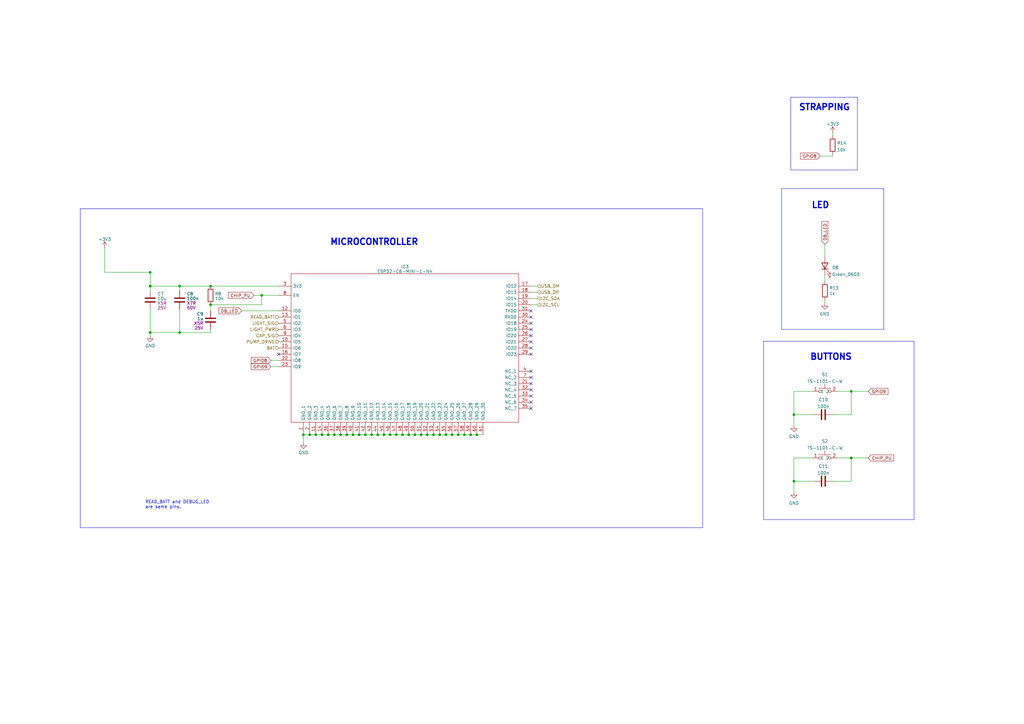
<source format=kicad_sch>
(kicad_sch (version 20231120) (generator "eeschema") (generator_version "8.0")
  (paper "A3")
  (title_block (title "Plant Bot") (date "2025-01-22") (rev "F"))
  (lib_symbols
    (symbol "+3V3_1" (power) (pin_names (offset 0))
      (property "Value" "+3V3_1" (at 0 3.556 0))
      (symbol "+3V3_1_0_1"
        (polyline (pts (xy -0.762 1.27) (xy 0 2.54)))
        (polyline (pts (xy 0 0) (xy 0 2.54)))
        (polyline (pts (xy 0 2.54) (xy 0.762 1.27)))
      )
      (symbol "+3V3_1_1_1"
        (pin power_in line (at 0 0 90) (length 0) hide (name "+3V3") (number "1"))
      )
    )
    (symbol "100n_1" (pin_numbers hide) (pin_names (offset 0.254))
      (property "Reference" "C" (at 3.175 3.175 0))
      (property "Value" "100n" (at 3.175 1.27 0))
      (property "Type" "X7R" (at 5.08 -3.175 0))
      (property "Voltage" "50V" (at 5.08 -1.27 0))
      (symbol "100n_1_0_1"
        (polyline (pts (xy -2.032 -0.762) (xy 2.032 -0.762)) (stroke (width 0.508)))
        (polyline (pts (xy -2.032 0.762) (xy 2.032 0.762)) (stroke (width 0.508)))
      )
      (symbol "100n_1_1_1"
        (pin passive line (at 0 3.81 270) (length 2.794) (name "~") (number "1"))
        (pin passive line (at 0 -3.81 90) (length 2.794) (name "~") (number "2"))
      )
    )
    (symbol "Button_JLC:TS-1101-C-W" (pin_names (offset 0.762))
      (property "Reference" "S" (at 19.05 7.62 0))
      (property "Value" "TS-1101-C-W" (at 19.05 5.08 0))
      (symbol "TS-1101-C-W_0_1"
        (polyline (pts (xy 8.89 3.175) (xy 8.89 4.953)))
        (polyline (pts (xy 11.43 3.175) (xy 6.35 3.175)))
        (circle (center 6.858 1.905) (radius 0.508))
        (circle (center 10.922 1.905) (radius 0.508))
        (pin passive line (at 3.81 1.905 0) (length 2.54) (name "1") (number "1"))
        (pin passive line (at 13.97 1.905 180) (length 2.54) (name "2") (number "2"))
      )
    )
    (symbol "Capacitor_JLC:100n" (pin_numbers hide) (pin_names (offset 0.254))
      (property "Reference" "C" (at 0.635 2.54 0))
      (property "Value" "100n" (at 0.635 -2.54 0))
      (symbol "100n_0_1"
        (polyline (pts (xy -2.032 -0.762) (xy 2.032 -0.762)) (stroke (width 0.508)))
        (polyline (pts (xy -2.032 0.762) (xy 2.032 0.762)) (stroke (width 0.508)))
      )
      (symbol "100n_1_1"
        (pin passive line (at 0 3.81 270) (length 2.794) (name "~") (number "1"))
        (pin passive line (at 0 -3.81 90) (length 2.794) (name "~") (number "2"))
      )
    )
    (symbol "Capacitor_JLC:10u" (pin_numbers hide) (pin_names (offset 0.254))
      (property "Reference" "C" (at 0.635 2.54 0))
      (property "Value" "10u" (at 0.635 -2.54 0))
      (property "Type" "X5R" (at 5.08 2.54 0))
      (property "Voltage" "25V" (at 5.08 0 0))
      (symbol "10u_0_1"
        (polyline (pts (xy -2.032 -0.762) (xy 2.032 -0.762)) (stroke (width 0.508)))
        (polyline (pts (xy -2.032 0.762) (xy 2.032 0.762)) (stroke (width 0.508)))
      )
      (symbol "10u_1_1"
        (pin passive line (at 0 3.81 270) (length 2.794) (name "~") (number "1"))
        (pin passive line (at 0 -3.81 90) (length 2.794) (name "~") (number "2"))
      )
    )
    (symbol "Capacitor_JLC:1u" (pin_numbers hide) (pin_names (offset 0.254))
      (property "Reference" "C" (at 0.635 2.54 0))
      (property "Value" "1u" (at 0.635 -2.54 0))
      (property "Type" "X5R" (at 5.08 2.54 0))
      (property "Voltage" "25V" (at 5.08 0 0))
      (symbol "1u_0_1"
        (polyline (pts (xy -2.032 -0.762) (xy 2.032 -0.762)) (stroke (width 0.508)))
        (polyline (pts (xy -2.032 0.762) (xy 2.032 0.762)) (stroke (width 0.508)))
      )
      (symbol "1u_1_1"
        (pin passive line (at 0 3.81 270) (length 2.794) (name "~") (number "1"))
        (pin passive line (at 0 -3.81 90) (length 2.794) (name "~") (number "2"))
      )
    )
    (symbol "Diode_JLC:Green_0603" (pin_numbers hide) (pin_names (offset 1.016) hide)
      (property "Reference" "D" (at 0 5.08 0))
      (property "Value" "Green_0603" (at 0 3.175 0))
      (symbol "Green_0603_0_1"
        (polyline (pts (xy -1.27 -1.27) (xy -1.27 1.27)) (stroke (width 0.254)))
        (polyline (pts (xy -1.27 0) (xy 1.27 0)))
        (polyline (pts (xy 1.27 -1.27) (xy 1.27 1.27) (xy -1.27 0) (xy 1.27 -1.27)) (stroke (width 0.254)))
        (polyline (pts (xy -3.048 -0.762) (xy -4.572 -2.286) (xy -3.81 -2.286) (xy -4.572 -2.286) (xy -4.572 -1.524)))
        (polyline (pts (xy -1.778 -0.762) (xy -3.302 -2.286) (xy -2.54 -2.286) (xy -3.302 -2.286) (xy -3.302 -1.524)))
      )
      (symbol "Green_0603_1_1"
        (pin passive line (at -3.81 0 0) (length 2.54) (name "K") (number "1"))
        (pin passive line (at 3.81 0 180) (length 2.54) (name "A") (number "2"))
      )
    )
    (symbol "GND_1" (power) (pin_names (offset 0))
      (property "Value" "GND_1" (at 0 -3.81 0))
      (symbol "GND_1_0_1"
        (polyline (pts (xy 0 0) (xy 0 -1.27) (xy 1.27 -1.27) (xy 0 -2.54) (xy -1.27 -1.27) (xy 0 -1.27)))
      )
      (symbol "GND_1_1_1"
        (pin power_in line (at 0 0 270) (length 0) hide (name "GND") (number "1"))
      )
    )
    (symbol "GND_2" (power) (pin_names (offset 0))
      (property "Value" "GND_2" (at 0 -3.81 0))
      (symbol "GND_2_0_1"
        (polyline (pts (xy 0 0) (xy 0 -1.27) (xy 1.27 -1.27) (xy 0 -2.54) (xy -1.27 -1.27) (xy 0 -1.27)))
      )
      (symbol "GND_2_1_1"
        (pin power_in line (at 0 0 270) (length 0) hide (name "GND") (number "1"))
      )
    )
    (symbol "MCU_JLC:ESP32-C6-MINI-1-N4" (pin_names (offset 0.762))
      (property "Reference" "IC" (at 78.105 22.86 0))
      (property "Value" "ESP32-C6-MINI-1-N4" (at 78.105 20.32 0))
      (symbol "ESP32-C6-MINI-1-N4_0_0"
        (pin passive line (at 5.08 -66.04 90) (length 5.08) (name "GND_1") (number "1"))
        (pin passive line (at -5.08 -27.94 0) (length 5.08) (name "IO5") (number "10"))
        (pin passive line (at 10.16 -66.04 90) (length 5.08) (name "GND_3") (number "11"))
        (pin passive line (at -5.08 -15.24 0) (length 5.08) (name "IO0") (number "12"))
        (pin passive line (at -5.08 -17.78 0) (length 5.08) (name "IO1") (number "13"))
        (pin passive line (at 12.7 -66.04 90) (length 5.08) (name "GND_4") (number "14"))
        (pin passive line (at -5.08 -30.48 0) (length 5.08) (name "IO6") (number "15"))
        (pin passive line (at -5.08 -33.02 0) (length 5.08) (name "IO7") (number "16"))
        (pin passive line (at 98.425 -5.08 180) (length 5.08) (name "IO12") (number "17"))
        (pin passive line (at 98.425 -7.62 180) (length 5.08) (name "IO13") (number "18"))
        (pin passive line (at 98.425 -10.16 180) (length 5.08) (name "IO14") (number "19"))
        (pin passive line (at 7.62 -66.04 90) (length 5.08) (name "GND_2") (number "2"))
        (pin passive line (at 98.425 -12.7 180) (length 5.08) (name "IO15") (number "20"))
        (pin passive line (at 98.425 -45.085 180) (length 5.08) (name "NC_3") (number "21"))
        (pin passive line (at -5.08 -35.56 0) (length 5.08) (name "IO8") (number "22"))
        (pin passive line (at -5.08 -38.1 0) (length 5.08) (name "IO9") (number "23"))
        (pin passive line (at 98.425 -20.32 180) (length 5.08) (name "IO18") (number "24"))
        (pin passive line (at 98.425 -22.86 180) (length 5.08) (name "IO19") (number "25"))
        (pin passive line (at 98.425 -25.4 180) (length 5.08) (name "IO20") (number "26"))
        (pin passive line (at 98.425 -27.94 180) (length 5.08) (name "IO21") (number "27"))
        (pin passive line (at 98.425 -30.48 180) (length 5.08) (name "IO22") (number "28"))
        (pin passive line (at 98.425 -33.02 180) (length 5.08) (name "IO23") (number "29"))
        (pin passive line (at -5.08 -5.08 0) (length 5.08) (name "3V3") (number "3"))
        (pin passive line (at 98.425 -17.78 180) (length 5.08) (name "RXD0") (number "30"))
        (pin passive line (at 98.425 -15.24 180) (length 5.08) (name "TXD0") (number "31"))
        (pin passive line (at 98.425 -47.625 180) (length 5.08) (name "NC_4") (number "32"))
        (pin passive line (at 98.425 -50.165 180) (length 5.08) (name "NC_5") (number "33"))
        (pin passive line (at 98.425 -52.705 180) (length 5.08) (name "NC_6") (number "34"))
        (pin passive line (at 98.425 -55.245 180) (length 5.08) (name "NC_7") (number "35"))
        (pin passive line (at 15.24 -66.04 90) (length 5.08) (name "GND_5") (number "36"))
        (pin passive line (at 17.78 -66.04 90) (length 5.08) (name "GND_6") (number "37"))
        (pin passive line (at 20.32 -66.04 90) (length 5.08) (name "GND_7") (number "38"))
        (pin passive line (at 22.86 -66.04 90) (length 5.08) (name "GND_8") (number "39"))
        (pin passive line (at 98.425 -40.005 180) (length 5.08) (name "NC_1") (number "4"))
        (pin passive line (at 25.4 -66.04 90) (length 5.08) (name "GND_9") (number "40"))
        (pin passive line (at 27.94 -66.04 90) (length 5.08) (name "GND_10") (number "41"))
        (pin passive line (at 30.48 -66.04 90) (length 5.08) (name "GND_11") (number "42"))
        (pin passive line (at 33.02 -66.04 90) (length 5.08) (name "GND_12") (number "43"))
        (pin passive line (at 35.56 -66.04 90) (length 5.08) (name "GND_13") (number "44"))
        (pin passive line (at 38.1 -66.04 90) (length 5.08) (name "GND_14") (number "45"))
        (pin passive line (at 40.64 -66.04 90) (length 5.08) (name "GND_15") (number "46"))
        (pin passive line (at 43.18 -66.04 90) (length 5.08) (name "GND_16") (number "47"))
        (pin passive line (at 45.72 -66.04 90) (length 5.08) (name "GND_17") (number "48"))
        (pin passive line (at 48.26 -66.04 90) (length 5.08) (name "GND_18") (number "49"))
        (pin passive line (at -5.08 -20.32 0) (length 5.08) (name "IO2") (number "5"))
        (pin passive line (at 50.8 -66.04 90) (length 5.08) (name "GND_19") (number "50"))
        (pin passive line (at 53.34 -66.04 90) (length 5.08) (name "GND_20") (number "51"))
        (pin passive line (at 55.88 -66.04 90) (length 5.08) (name "GND_21") (number "52"))
        (pin passive line (at 58.42 -66.04 90) (length 5.08) (name "GND_22") (number "53"))
        (pin passive line (at 60.96 -66.04 90) (length 5.08) (name "GND_23") (number "54"))
        (pin passive line (at 63.5 -66.04 90) (length 5.08) (name "GND_24") (number "55"))
        (pin passive line (at 66.04 -66.04 90) (length 5.08) (name "GND_25") (number "56"))
        (pin passive line (at 68.58 -66.04 90) (length 5.08) (name "GND_26") (number "57"))
        (pin passive line (at 71.12 -66.04 90) (length 5.08) (name "GND_27") (number "58"))
        (pin passive line (at 73.66 -66.04 90) (length 5.08) (name "GND_28") (number "59"))
        (pin passive line (at -5.08 -22.86 0) (length 5.08) (name "IO3") (number "6"))
        (pin passive line (at 76.2 -66.04 90) (length 5.08) (name "GND_29") (number "60"))
        (pin passive line (at 78.74 -66.04 90) (length 5.08) (name "GND_30") (number "61"))
        (pin passive line (at 98.425 -42.545 180) (length 5.08) (name "NC_2") (number "7"))
        (pin passive line (at -5.08 -8.89 0) (length 5.08) (name "EN") (number "8"))
        (pin passive line (at -5.08 -25.4 0) (length 5.08) (name "IO4") (number "9"))
      )
      (symbol "ESP32-C6-MINI-1-N4_0_1"
        (rectangle (start 0 0) (end 93.345 -60.96))
      )
    )
    (symbol "Resistor_JLC:10k" (pin_numbers hide) (pin_names (offset 0))
      (property "Reference" "R" (at 2.032 0 90))
      (property "Value" "10k" (at 0 0 90))
      (symbol "10k_0_1"
        (rectangle (start -1.016 -2.54) (end 1.016 2.54) (stroke (width 0.254)))
      )
      (symbol "10k_1_1"
        (pin passive line (at 0 3.81 270) (length 1.27) (name "~") (number "1"))
        (pin passive line (at 0 -3.81 90) (length 1.27) (name "~") (number "2"))
      )
    )
    (symbol "Resistor_JLC:1k" (pin_numbers hide) (pin_names (offset 0))
      (property "Reference" "R" (at 2.032 0 90))
      (property "Value" "1k" (at 0 0 90))
      (symbol "1k_0_1"
        (rectangle (start -1.016 -2.54) (end 1.016 2.54) (stroke (width 0.254)))
      )
      (symbol "1k_1_1"
        (pin passive line (at 0 3.81 270) (length 1.27) (name "~") (number "1"))
        (pin passive line (at 0 -3.81 90) (length 1.27) (name "~") (number "2"))
      )
    )
    (symbol "power:+3V3" (power) (pin_names (offset 0))
      (property "Value" "+3V3" (at 0 3.556 0))
      (symbol "+3V3_0_1"
        (polyline (pts (xy -0.762 1.27) (xy 0 2.54)))
        (polyline (pts (xy 0 0) (xy 0 2.54)))
        (polyline (pts (xy 0 2.54) (xy 0.762 1.27)))
      )
      (symbol "+3V3_1_1"
        (pin power_in line (at 0 0 90) (length 0) hide (name "+3V3") (number "1"))
      )
    )
    (symbol "power:GND" (power) (pin_names (offset 0))
      (property "Value" "GND" (at 0 -3.81 0))
      (symbol "GND_0_1"
        (polyline (pts (xy 0 0) (xy 0 -1.27) (xy 1.27 -1.27) (xy 0 -2.54) (xy -1.27 -1.27) (xy 0 -1.27)))
      )
      (symbol "GND_1_1"
        (pin power_in line (at 0 0 270) (length 0) hide (name "GND") (number "1"))
      )
    )
  )
  (junction (at 86.36 124.968))
  (junction (at 160.02 178.308))
  (junction (at 185.42 178.308))
  (junction (at 157.48 178.308))
  (junction (at 187.96 178.308))
  (junction (at 180.34 178.308))
  (junction (at 61.595 117.348))
  (junction (at 73.66 117.348))
  (junction (at 107.315 121.158))
  (junction (at 190.5 178.308))
  (junction (at 177.8 178.308))
  (junction (at 154.94 178.308))
  (junction (at 162.56 178.308))
  (junction (at 124.46 178.308))
  (junction (at 149.86 178.308))
  (junction (at 349.123 160.528))
  (junction (at 142.24 178.308))
  (junction (at 152.4 178.308))
  (junction (at 175.26 178.308))
  (junction (at 144.78 178.308))
  (junction (at 195.58 178.308))
  (junction (at 137.16 178.308))
  (junction (at 349.123 187.833))
  (junction (at 132.08 178.308))
  (junction (at 61.595 111.7026))
  (junction (at 147.32 178.308))
  (junction (at 134.62 178.308))
  (junction (at 325.628 170.053))
  (junction (at 170.18 178.308))
  (junction (at 325.628 197.358))
  (junction (at 129.54 178.308))
  (junction (at 193.04 178.308))
  (junction (at 182.88 178.308))
  (junction (at 73.66 136.398))
  (junction (at 167.64 178.308))
  (junction (at 127 178.308))
  (junction (at 86.36 117.348))
  (junction (at 61.595 136.398))
  (junction (at 172.72 178.308))
  (junction (at 165.1 178.308))
  (junction (at 139.7 178.308))
  (no_connect (at 217.805 164.973))
  (no_connect (at 217.805 167.513))
  (no_connect (at 217.805 130.048))
  (no_connect (at 217.805 157.353))
  (no_connect (at 217.805 140.208))
  (no_connect (at 114.3 145.288))
  (no_connect (at 217.805 162.433))
  (no_connect (at 217.805 154.813))
  (no_connect (at 217.805 159.893))
  (no_connect (at 217.805 132.588))
  (no_connect (at 217.805 137.668))
  (no_connect (at 217.805 152.273))
  (no_connect (at 217.805 145.288))
  (no_connect (at 217.805 142.748))
  (no_connect (at 217.805 127.508))
  (no_connect (at 217.805 135.128))
  (wire (pts (xy 325.628 170.053) (xy 333.883 170.053)))
  (wire (pts (xy 86.36 124.968) (xy 86.36 127.508)))
  (polyline (pts (xy 374.904 213.106) (xy 313.182 213.106)))
  (wire (pts (xy 325.628 197.358) (xy 333.883 197.358)))
  (wire (pts (xy 132.08 178.308) (xy 134.62 178.308)))
  (wire (pts (xy 341.503 54.483) (xy 341.503 55.753)))
  (wire (pts (xy 217.805 124.968) (xy 220.345 124.968)))
  (wire (pts (xy 167.64 178.308) (xy 170.18 178.308)))
  (wire (pts (xy 61.595 111.7026) (xy 61.595 117.348)))
  (wire (pts (xy 193.04 178.308) (xy 195.58 178.308)))
  (polyline (pts (xy 351.663 69.723) (xy 324.358 69.723)))
  (wire (pts (xy 349.123 197.358) (xy 341.503 197.358)))
  (wire (pts (xy 86.36 136.398) (xy 86.36 135.128)))
  (polyline (pts (xy 313.182 213.106) (xy 313.182 139.954)))
  (wire (pts (xy 61.595 111.633) (xy 61.595 111.7026)))
  (polyline (pts (xy 346.202 139.954) (xy 374.904 139.954)))
  (wire (pts (xy 333.248 160.528) (xy 325.628 160.528)))
  (wire (pts (xy 333.248 187.833) (xy 325.628 187.833)))
  (polyline (pts (xy 362.458 135.128) (xy 320.548 135.128)))
  (wire (pts (xy 111.125 150.368) (xy 114.3 150.368)))
  (polyline (pts (xy 374.904 139.954) (xy 374.904 213.106)))
  (wire (pts (xy 180.34 178.308) (xy 182.88 178.308)))
  (wire (pts (xy 61.595 137.668) (xy 61.595 136.398)))
  (wire (pts (xy 86.36 117.348) (xy 73.66 117.348)))
  (wire (pts (xy 61.595 126.873) (xy 61.595 136.398)))
  (wire (pts (xy 343.408 160.528) (xy 349.123 160.528)))
  (wire (pts (xy 177.8 178.308) (xy 180.34 178.308)))
  (wire (pts (xy 42.926 111.7026) (xy 42.926 101.6)))
  (wire (pts (xy 195.58 178.308) (xy 198.12 178.308)))
  (wire (pts (xy 162.56 178.308) (xy 165.1 178.308)))
  (wire (pts (xy 86.36 124.968) (xy 107.315 124.968)))
  (wire (pts (xy 172.72 178.308) (xy 175.26 178.308)))
  (wire (pts (xy 139.7 178.308) (xy 142.24 178.308)))
  (wire (pts (xy 107.315 124.968) (xy 107.315 121.158)))
  (polyline (pts (xy 362.458 77.343) (xy 362.458 135.128)))
  (wire (pts (xy 325.628 197.358) (xy 325.628 201.803)))
  (wire (pts (xy 73.66 117.348) (xy 73.66 119.253)))
  (polyline (pts (xy 324.358 69.723) (xy 324.358 39.878)))
  (polyline (pts (xy 324.358 39.878) (xy 351.663 39.878)))
  (wire (pts (xy 73.66 126.873) (xy 73.66 136.398)))
  (wire (pts (xy 142.24 178.308) (xy 144.78 178.308)))
  (wire (pts (xy 170.18 178.308) (xy 172.72 178.308)))
  (wire (pts (xy 160.02 178.308) (xy 162.56 178.308)))
  (polyline (pts (xy 320.548 135.128) (xy 320.548 77.343)))
  (wire (pts (xy 107.315 121.158) (xy 114.3 121.158)))
  (wire (pts (xy 149.86 178.308) (xy 152.4 178.308)))
  (wire (pts (xy 61.595 111.7026) (xy 42.926 111.7026)))
  (wire (pts (xy 137.16 178.308) (xy 139.7 178.308)))
  (wire (pts (xy 111.125 147.828) (xy 114.3 147.828)))
  (wire (pts (xy 325.628 170.053) (xy 325.628 174.498)))
  (wire (pts (xy 134.62 178.308) (xy 137.16 178.308)))
  (wire (pts (xy 217.805 119.888) (xy 220.345 119.888)))
  (wire (pts (xy 61.595 117.348) (xy 61.595 119.253)))
  (wire (pts (xy 144.78 178.308) (xy 147.32 178.308)))
  (wire (pts (xy 104.14 121.158) (xy 107.315 121.158)))
  (wire (pts (xy 175.26 178.308) (xy 177.8 178.308)))
  (polyline (pts (xy 351.663 39.878) (xy 351.663 69.723)))
  (wire (pts (xy 182.88 178.308) (xy 185.42 178.308)))
  (wire (pts (xy 325.628 160.528) (xy 325.628 170.053)))
  (polyline (pts (xy 320.548 77.343) (xy 362.458 77.343)))
  (wire (pts (xy 73.66 117.348) (xy 61.595 117.348)))
  (wire (pts (xy 129.54 178.308) (xy 132.08 178.308)))
  (wire (pts (xy 338.328 112.903) (xy 338.328 115.443)))
  (wire (pts (xy 152.4 178.308) (xy 154.94 178.308)))
  (wire (pts (xy 157.48 178.308) (xy 160.02 178.308)))
  (wire (pts (xy 341.503 64.008) (xy 341.503 63.373)))
  (wire (pts (xy 124.46 178.308) (xy 124.46 181.483)))
  (wire (pts (xy 165.1 178.308) (xy 167.64 178.308)))
  (wire (pts (xy 217.805 122.428) (xy 220.345 122.428)))
  (wire (pts (xy 127 178.308) (xy 129.54 178.308)))
  (wire (pts (xy 154.94 178.308) (xy 157.48 178.308)))
  (polyline (pts (xy 313.182 139.954) (xy 346.202 139.954)))
  (wire (pts (xy 147.32 178.308) (xy 149.86 178.308)))
  (wire (pts (xy 185.42 178.308) (xy 187.96 178.308)))
  (wire (pts (xy 343.408 187.833) (xy 349.123 187.833)))
  (wire (pts (xy 349.123 160.528) (xy 349.123 170.053)))
  (wire (pts (xy 217.805 117.348) (xy 220.345 117.348)))
  (wire (pts (xy 349.123 170.053) (xy 341.503 170.053)))
  (wire (pts (xy 99.06 127.508) (xy 114.3 127.508)))
  (wire (pts (xy 187.96 178.308) (xy 190.5 178.308)))
  (wire (pts (xy 190.5 178.308) (xy 193.04 178.308)))
  (wire (pts (xy 86.36 117.348) (xy 114.3 117.348)))
  (wire (pts (xy 349.123 187.833) (xy 349.123 197.358)))
  (wire (pts (xy 336.423 64.008) (xy 341.503 64.008)))
  (wire (pts (xy 349.123 160.528) (xy 356.108 160.528)))
  (wire (pts (xy 338.328 123.063) (xy 338.328 124.333)))
  (wire (pts (xy 73.66 136.398) (xy 86.36 136.398)))
  (wire (pts (xy 349.123 187.833) (xy 356.108 187.833)))
  (wire (pts (xy 338.328 100.203) (xy 338.328 105.283)))
  (wire (pts (xy 325.628 187.833) (xy 325.628 197.358)))
  (wire (pts (xy 61.595 136.398) (xy 73.66 136.398)))
  (wire (pts (xy 124.46 178.308) (xy 127 178.308)))
  (rectangle (start 32.893 85.598) (end 288.163 216.408))
  (text "STRAPPING" (at 327.533 45.593 0) (effects (font (size 2.54 2.54) (thickness 0.508) (bold yes)) (justify left bottom)))
  (text "READ_BATT and DEBUG_LED \nare same pins." (at 59.563 208.788 0) (effects (font (size 1.27 1.27)) (justify left bottom)))
  (text "LED" (at 332.74 85.725 0) (effects (font (size 2.54 2.54) (thickness 0.508) (bold yes)) (justify left bottom)))
  (text "MICROCONTROLLER" (at 135.255 100.838 0) (effects (font (size 2.54 2.54) (thickness 0.508) (bold yes)) (justify left bottom)))
  (text "BUTTONS" (at 332.105 147.955 0) (effects (font (size 2.54 2.54) (thickness 0.508) (bold yes)) (justify left bottom)))
  (global_label "GPIO9" (shape input) (at 356.108 160.528 0) (property "Intersheetrefs" "${INTERSHEET_REFS}" (effects (hide yes))))
  (global_label "GPIO9" (shape input) (at 111.125 150.368 180) (property "Intersheetrefs" "${INTERSHEET_REFS}" (effects (hide yes))))
  (global_label "DB_LED" (shape input) (at 99.06 127.508 180) (property "Intersheetrefs" "${INTERSHEET_REFS}" (effects (hide yes))))
  (global_label "CHIP_PU" (shape input) (at 356.108 187.833 0) (property "Intersheetrefs" "${INTERSHEET_REFS}" (effects (hide yes))))
  (global_label "DB_LED" (shape input) (at 338.328 100.203 90) (property "Intersheetrefs" "${INTERSHEET_REFS}" (effects (hide yes))))
  (global_label "CHIP_PU" (shape input) (at 104.14 121.158 180) (property "Intersheetrefs" "${INTERSHEET_REFS}" (effects (hide yes))))
  (global_label "GPIO8" (shape input) (at 111.125 147.828 180) (property "Intersheetrefs" "${INTERSHEET_REFS}" (effects (hide yes))))
  (global_label "GPIO8" (shape input) (at 336.423 64.008 180) (property "Intersheetrefs" "${INTERSHEET_REFS}" (effects (hide yes))))
  (hierarchical_label "PUMP_DRIVE" (shape input) (at 114.3 140.208 180))
  (hierarchical_label "BAT" (shape input) (at 114.3 142.748 180))
  (hierarchical_label "I2C_SCL" (shape input) (at 220.345 124.968 0))
  (hierarchical_label "CAP_SIG" (shape input) (at 114.3 137.668 180))
  (hierarchical_label "I2C_SDA" (shape input) (at 220.345 122.428 0))
  (hierarchical_label "USB_DP" (shape input) (at 220.345 119.888 0))
  (hierarchical_label "USB_DM" (shape input) (at 220.345 117.348 0))
  (hierarchical_label "LIGHT_SIG" (shape input) (at 114.3 132.588 180))
  (hierarchical_label "READ_BATT" (shape input) (at 114.3 130.048 180))
  (hierarchical_label "LIGHT_PWR" (shape input) (at 114.3 135.128 180))
  (symbol (lib_id "power:GND") (at 325.628 201.803 0) (unit 1)
    (property "Reference" "#PWR012" (effects (hide yes)))
    (property "Value" "GND" (at 325.628 206.3655 0))
  )
  (symbol (lib_name "100n_1") (lib_id "Capacitor_JLC:100n") (at 73.66 123.063 0) (unit 1)
    (property "Reference" "C8" (at 76.581 120.4983 0) (effects (justify left)))
    (property "Value" "100n" (at 76.581 122.4193 0) (effects (justify left)))
    (property "Footprint" "Capacitor_SMD:C_0402_1005Metric" (effects (hide yes)))
    (property "Type" "X7R" (at 76.581 124.3403 0) (effects (justify left)))
    (property "LCSC" "C307331" (effects (hide yes)))
    (property "Voltage" "50V" (at 76.581 126.2613 0) (effects (justify left)))
  )
  (symbol (lib_id "Capacitor_JLC:1u") (at 86.36 131.318 0) (mirror x) (unit 1)
    (property "Reference" "C9" (at 83.439 128.7533 0) (effects (justify right)))
    (property "Value" "1u" (at 83.439 130.6743 0) (effects (justify right)))
    (property "Footprint" "Capacitor_SMD:C_0402_1005Metric" (effects (hide yes)))
    (property "Type" "X5R" (at 83.439 132.5953 0) (effects (justify right)))
    (property "LCSC" "C52923" (effects (hide yes)))
    (property "Voltage" "25V" (at 83.439 134.5163 0) (effects (justify right)))
  )
  (symbol (lib_id "power:+3V3") (at 341.503 54.483 0) (unit 1)
    (property "Reference" "#PWR014" (effects (hide yes)))
    (property "Value" "+3V3" (at 341.503 50.8785 0))
  )
  (symbol (lib_id "Capacitor_JLC:10u") (at 61.595 123.063 0) (unit 1)
    (property "Reference" "C7" (at 64.516 120.4983 0) (effects (justify left)))
    (property "Value" "10u" (at 64.516 122.4193 0) (effects (justify left)))
    (property "Footprint" "Capacitor_SMD:C_0805_2012Metric" (effects (hide yes)))
    (property "Type" "X5R" (at 64.516 124.3403 0) (effects (justify left)))
    (property "LCSC" "C15850" (effects (hide yes)))
    (property "Voltage" "25V" (at 64.516 126.2613 0) (effects (justify left)))
  )
  (symbol (lib_id "power:GND") (at 325.628 174.498 0) (unit 1)
    (property "Reference" "#PWR011" (effects (hide yes)))
    (property "Value" "GND" (at 325.628 179.0605 0))
  )
  (symbol (lib_id "Capacitor_JLC:100n") (at 337.693 197.358 90) (unit 1)
    (property "Reference" "C11" (at 337.693 191.2325 90))
    (property "Value" "100n" (at 337.693 194.0076 90))
    (property "Footprint" "Capacitor_SMD:C_0402_1005Metric" (effects (hide yes)))
    (property "Type" "X7R" (effects (hide yes)))
    (property "LCSC" "C307331" (effects (hide yes)))
  )
  (symbol (lib_id "Resistor_JLC:10k") (at 86.36 121.158 180) (unit 1)
    (property "Reference" "R8" (at 88.138 120.5143 0) (effects (justify right)))
    (property "Value" "10k" (at 88.138 122.4353 0) (effects (justify right)))
    (property "Footprint" "Resistor_SMD:R_0402_1005Metric" (effects (hide yes)))
    (property "LCSC" "C25744" (effects (hide yes)))
  )
  (symbol (lib_name "+3V3_1") (lib_id "power:+3V3") (at 42.926 101.6 0) (unit 1)
    (property "Reference" "#PWR07" (effects (hide yes)))
    (property "Value" "+3V3" (at 42.926 98.0981 0))
  )
  (symbol (lib_id "Resistor_JLC:1k") (at 338.328 119.253 0) (unit 1)
    (property "Reference" "R13" (at 340.106 118.0846 0) (effects (justify left)))
    (property "Value" "1k" (at 340.106 120.396 0) (effects (justify left)))
    (property "Footprint" "Resistor_SMD:R_0402_1005Metric" (effects (hide yes)))
    (property "LCSC" "C11702" (effects (hide yes)))
  )
  (symbol (lib_id "MCU_JLC:ESP32-C6-MINI-1-N4") (at 119.38 112.268 0) (unit 1)
    (property "Reference" "IC3" (at 166.0525 109.3851 0))
    (property "Value" "ESP32-C6-MINI-1-N4" (at 166.0525 111.3061 0))
    (property "Footprint" "ESP32C6MINI1N4" (effects (hide yes)))
    (property "Datasheet" "https://www.espressif.com/sites/default/files/documentation/esp32-c6-mini-1_mini-1u_datasheet_en.pdf" (effects (hide yes)))
    (property "Description" "Multiprotocol Modules ESP32-C6 Module, supports Wi-Fi 6 in 2.4 GHz band, Bluetooth 5, Zigbee 3.0 and Thread - -40 to 105C" (effects (hide yes)))
    (property "Manufacturer_Name" "Espressif Systems" (effects (hide yes)))
    (property "Manufacturer_Part_Number" "ESP32-C6-MINI-1-N4" (effects (hide yes)))
    (property "Mouser Part Number" "356-ESP32C6MINI-1-N4" (effects (hide yes)))
    (property "Mouser Price/Stock" "https://www.mouser.co.uk/ProductDetail/Espressif-Systems/ESP32-C6-MINI-1-N4?qs=Jm2GQyTW%2FbjiJX9bVadqSw%3D%3D" (effects (hide yes)))
    (property "LCSC" "C5736265" (effects (hide yes)))
  )
  (symbol (lib_id "Capacitor_JLC:100n") (at 337.693 170.053 90) (unit 1)
    (property "Reference" "C10" (at 337.693 163.9275 90))
    (property "Value" "100n" (at 337.693 166.7026 90))
    (property "Footprint" "Capacitor_SMD:C_0402_1005Metric" (effects (hide yes)))
    (property "Type" "X7R" (effects (hide yes)))
    (property "LCSC" "C307331" (effects (hide yes)))
  )
  (symbol (lib_id "Button_JLC:TS-1101-C-W") (at 329.438 162.433 0) (unit 1)
    (property "Reference" "S1" (at 338.328 153.6405 0))
    (property "Value" "TS-1101-C-W" (at 338.328 156.4156 0))
    (property "Footprint" "TS1101CW" (effects (hide yes)))
    (property "Datasheet" "http://www.helloxkb.com/public/images/pdf/TS-1101-C-W-.pdf" (effects (hide yes)))
    (property "Description" "Tactile Switches SPST 6.00mm x 3.60mm 0.60mm 50mA @ 12VDC SMD RoHS" (effects (hide yes)))
    (property "Height" "2.6" (effects (hide yes)))
    (property "Manufacturer_Name" "XKB Connectivity" (effects (hide yes)))
    (property "Manufacturer_Part_Number" "TS-1101-C-W" (effects (hide yes)))
    (property "LCSC" "C318938" (effects (hide yes)))
  )
  (symbol (lib_id "power:GND") (at 338.328 124.333 0) (mirror y) (unit 1)
    (property "Reference" "#PWR013" (effects (hide yes)))
    (property "Value" "GND" (at 338.201 128.7272 0))
  )
  (symbol (lib_name "GND_2") (lib_id "power:GND") (at 124.46 181.483 0) (unit 1)
    (property "Reference" "#PWR09" (effects (hide yes)))
    (property "Value" "GND" (at 124.46 185.6185 0))
  )
  (symbol (lib_id "Diode_JLC:Green_0603") (at 338.328 109.093 90) (unit 1)
    (property "Reference" "D8" (at 341.249 109.772 90) (effects (justify right)))
    (property "Value" "Green_0603" (at 341.249 112.5471 90) (effects (justify right)))
    (property "Footprint" "LED_SMD:LED_0603_1608Metric" (effects (hide yes)))
    (property "Datasheet" "https://datasheet.lcsc.com/lcsc/1811101510_Everlight-Elec-19-217-GHC-YR1S2-3T_C72043.pdf" (effects (hide yes)))
    (property "LCSC" "C72043" (effects (hide yes)))
  )
  (symbol (lib_id "Resistor_JLC:10k") (at 341.503 59.563 0) (unit 1)
    (property "Reference" "R14" (at 343.281 58.6545 0) (effects (justify left)))
    (property "Value" "10k" (at 343.281 61.4296 0) (effects (justify left)))
    (property "Footprint" "Resistor_SMD:R_0402_1005Metric" (effects (hide yes)))
    (property "LCSC" "C25744" (effects (hide yes)))
  )
  (symbol (lib_name "GND_1") (lib_id "power:GND") (at 61.595 137.668 0) (unit 1)
    (property "Reference" "#PWR08" (effects (hide yes)))
    (property "Value" "GND" (at 61.595 141.8035 0))
  )
  (symbol (lib_id "Button_JLC:TS-1101-C-W") (at 329.438 189.738 0) (unit 1)
    (property "Reference" "S2" (at 338.328 180.9455 0))
    (property "Value" "TS-1101-C-W" (at 338.328 183.7206 0))
    (property "Footprint" "TS1101CW" (effects (hide yes)))
    (property "Datasheet" "http://www.helloxkb.com/public/images/pdf/TS-1101-C-W-.pdf" (effects (hide yes)))
    (property "Description" "Tactile Switches SPST 6.00mm x 3.60mm 0.60mm 50mA @ 12VDC SMD RoHS" (effects (hide yes)))
    (property "Height" "2.6" (effects (hide yes)))
    (property "Manufacturer_Name" "XKB Connectivity" (effects (hide yes)))
    (property "Manufacturer_Part_Number" "TS-1101-C-W" (effects (hide yes)))
    (property "LCSC" "C318938" (effects (hide yes)))
  )
)
</source>
